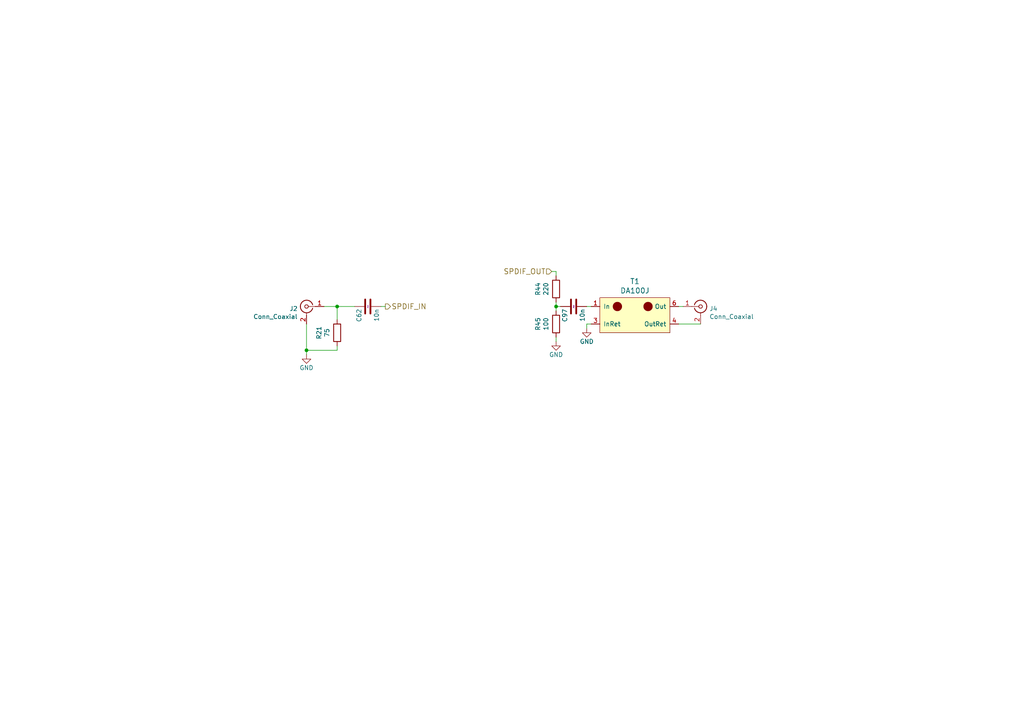
<source format=kicad_sch>
(kicad_sch (version 20211123) (generator eeschema)

  (uuid 22fd57c4-481e-4417-b920-694451210da2)

  (paper "A4")

  (title_block
    (title "SPDIF")
    (date "2021-03-30")
    (rev "V0.1")
  )

  (lib_symbols
    (symbol "Connector:Conn_Coaxial" (pin_names (offset 1.016) hide) (in_bom yes) (on_board yes)
      (property "Reference" "J" (id 0) (at 0.254 3.048 0)
        (effects (font (size 1.27 1.27)))
      )
      (property "Value" "Conn_Coaxial" (id 1) (at 2.921 0 90)
        (effects (font (size 1.27 1.27)))
      )
      (property "Footprint" "" (id 2) (at 0 0 0)
        (effects (font (size 1.27 1.27)) hide)
      )
      (property "Datasheet" " ~" (id 3) (at 0 0 0)
        (effects (font (size 1.27 1.27)) hide)
      )
      (property "ki_keywords" "BNC SMA SMB SMC LEMO coaxial connector CINCH RCA" (id 4) (at 0 0 0)
        (effects (font (size 1.27 1.27)) hide)
      )
      (property "ki_description" "coaxial connector (BNC, SMA, SMB, SMC, Cinch/RCA, LEMO, ...)" (id 5) (at 0 0 0)
        (effects (font (size 1.27 1.27)) hide)
      )
      (property "ki_fp_filters" "*BNC* *SMA* *SMB* *SMC* *Cinch* *LEMO*" (id 6) (at 0 0 0)
        (effects (font (size 1.27 1.27)) hide)
      )
      (symbol "Conn_Coaxial_0_1"
        (arc (start -1.778 -0.508) (mid 0.222 -1.808) (end 1.778 0)
          (stroke (width 0.254) (type default) (color 0 0 0 0))
          (fill (type none))
        )
        (polyline
          (pts
            (xy -2.54 0)
            (xy -0.508 0)
          )
          (stroke (width 0) (type default) (color 0 0 0 0))
          (fill (type none))
        )
        (polyline
          (pts
            (xy 0 -2.54)
            (xy 0 -1.778)
          )
          (stroke (width 0) (type default) (color 0 0 0 0))
          (fill (type none))
        )
        (circle (center 0 0) (radius 0.508)
          (stroke (width 0.2032) (type default) (color 0 0 0 0))
          (fill (type none))
        )
        (arc (start 1.778 0) (mid 0.222 1.8083) (end -1.778 0.508)
          (stroke (width 0.254) (type default) (color 0 0 0 0))
          (fill (type none))
        )
      )
      (symbol "Conn_Coaxial_1_1"
        (pin passive line (at -5.08 0 0) (length 2.54)
          (name "In" (effects (font (size 1.27 1.27))))
          (number "1" (effects (font (size 1.27 1.27))))
        )
        (pin passive line (at 0 -5.08 90) (length 2.54)
          (name "Ext" (effects (font (size 1.27 1.27))))
          (number "2" (effects (font (size 1.27 1.27))))
        )
      )
    )
    (symbol "Device:C" (pin_numbers hide) (pin_names (offset 0.254)) (in_bom yes) (on_board yes)
      (property "Reference" "C" (id 0) (at 0.635 2.54 0)
        (effects (font (size 1.27 1.27)) (justify left))
      )
      (property "Value" "C" (id 1) (at 0.635 -2.54 0)
        (effects (font (size 1.27 1.27)) (justify left))
      )
      (property "Footprint" "" (id 2) (at 0.9652 -3.81 0)
        (effects (font (size 1.27 1.27)) hide)
      )
      (property "Datasheet" "~" (id 3) (at 0 0 0)
        (effects (font (size 1.27 1.27)) hide)
      )
      (property "ki_keywords" "cap capacitor" (id 4) (at 0 0 0)
        (effects (font (size 1.27 1.27)) hide)
      )
      (property "ki_description" "Unpolarized capacitor" (id 5) (at 0 0 0)
        (effects (font (size 1.27 1.27)) hide)
      )
      (property "ki_fp_filters" "C_*" (id 6) (at 0 0 0)
        (effects (font (size 1.27 1.27)) hide)
      )
      (symbol "C_0_1"
        (polyline
          (pts
            (xy -2.032 -0.762)
            (xy 2.032 -0.762)
          )
          (stroke (width 0.508) (type default) (color 0 0 0 0))
          (fill (type none))
        )
        (polyline
          (pts
            (xy -2.032 0.762)
            (xy 2.032 0.762)
          )
          (stroke (width 0.508) (type default) (color 0 0 0 0))
          (fill (type none))
        )
      )
      (symbol "C_1_1"
        (pin passive line (at 0 3.81 270) (length 2.794)
          (name "~" (effects (font (size 1.27 1.27))))
          (number "1" (effects (font (size 1.27 1.27))))
        )
        (pin passive line (at 0 -3.81 90) (length 2.794)
          (name "~" (effects (font (size 1.27 1.27))))
          (number "2" (effects (font (size 1.27 1.27))))
        )
      )
    )
    (symbol "Device:R" (pin_numbers hide) (pin_names (offset 0)) (in_bom yes) (on_board yes)
      (property "Reference" "R" (id 0) (at 2.032 0 90)
        (effects (font (size 1.27 1.27)))
      )
      (property "Value" "R" (id 1) (at 0 0 90)
        (effects (font (size 1.27 1.27)))
      )
      (property "Footprint" "" (id 2) (at -1.778 0 90)
        (effects (font (size 1.27 1.27)) hide)
      )
      (property "Datasheet" "~" (id 3) (at 0 0 0)
        (effects (font (size 1.27 1.27)) hide)
      )
      (property "ki_keywords" "R res resistor" (id 4) (at 0 0 0)
        (effects (font (size 1.27 1.27)) hide)
      )
      (property "ki_description" "Resistor" (id 5) (at 0 0 0)
        (effects (font (size 1.27 1.27)) hide)
      )
      (property "ki_fp_filters" "R_*" (id 6) (at 0 0 0)
        (effects (font (size 1.27 1.27)) hide)
      )
      (symbol "R_0_1"
        (rectangle (start -1.016 -2.54) (end 1.016 2.54)
          (stroke (width 0.254) (type default) (color 0 0 0 0))
          (fill (type none))
        )
      )
      (symbol "R_1_1"
        (pin passive line (at 0 3.81 270) (length 1.27)
          (name "~" (effects (font (size 1.27 1.27))))
          (number "1" (effects (font (size 1.27 1.27))))
        )
        (pin passive line (at 0 -3.81 90) (length 1.27)
          (name "~" (effects (font (size 1.27 1.27))))
          (number "2" (effects (font (size 1.27 1.27))))
        )
      )
    )
    (symbol "Transformer_Audio:DA100J" (pin_names (offset 1.016)) (in_bom yes) (on_board yes)
      (property "Reference" "T" (id 0) (at 0 7.62 0)
        (effects (font (size 1.524 1.524)))
      )
      (property "Value" "DA100J" (id 1) (at 0 10.16 0)
        (effects (font (size 1.524 1.524)))
      )
      (property "Footprint" "" (id 2) (at 0 10.16 0)
        (effects (font (size 1.524 1.524)) hide)
      )
      (property "Datasheet" "" (id 3) (at 0 10.16 0)
        (effects (font (size 1.524 1.524)) hide)
      )
      (symbol "DA100J_0_1"
        (rectangle (start -10.16 5.08) (end 10.16 -5.08)
          (stroke (width 0) (type default) (color 0 0 0 0))
          (fill (type background))
        )
        (circle (center -5.08 2.54) (radius 1.27)
          (stroke (width 0) (type default) (color 0 0 0 0))
          (fill (type outline))
        )
        (circle (center 3.81 2.54) (radius 1.27)
          (stroke (width 0) (type default) (color 0 0 0 0))
          (fill (type outline))
        )
      )
      (symbol "DA100J_1_1"
        (pin input line (at -12.7 2.54 0) (length 2.54)
          (name "In" (effects (font (size 1.27 1.27))))
          (number "1" (effects (font (size 1.27 1.27))))
        )
        (pin input line (at -12.7 0 0) (length 2.54) hide
          (name "NC" (effects (font (size 1.27 1.27))))
          (number "2" (effects (font (size 1.27 1.27))))
        )
        (pin input line (at -12.7 -2.54 0) (length 2.54)
          (name "InRet" (effects (font (size 1.27 1.27))))
          (number "3" (effects (font (size 1.27 1.27))))
        )
        (pin output line (at 12.7 -2.54 180) (length 2.54)
          (name "OutRet" (effects (font (size 1.27 1.27))))
          (number "4" (effects (font (size 1.27 1.27))))
        )
        (pin output line (at 12.7 0 180) (length 2.54) hide
          (name "NC" (effects (font (size 1.27 1.27))))
          (number "5" (effects (font (size 1.27 1.27))))
        )
        (pin output line (at 12.7 2.54 180) (length 2.54)
          (name "Out" (effects (font (size 1.27 1.27))))
          (number "6" (effects (font (size 1.27 1.27))))
        )
      )
    )
    (symbol "power:GND" (power) (pin_names (offset 0)) (in_bom yes) (on_board yes)
      (property "Reference" "#PWR" (id 0) (at 0 -6.35 0)
        (effects (font (size 1.27 1.27)) hide)
      )
      (property "Value" "GND" (id 1) (at 0 -3.81 0)
        (effects (font (size 1.27 1.27)))
      )
      (property "Footprint" "" (id 2) (at 0 0 0)
        (effects (font (size 1.27 1.27)) hide)
      )
      (property "Datasheet" "" (id 3) (at 0 0 0)
        (effects (font (size 1.27 1.27)) hide)
      )
      (property "ki_keywords" "global power" (id 4) (at 0 0 0)
        (effects (font (size 1.27 1.27)) hide)
      )
      (property "ki_description" "Power symbol creates a global label with name \"GND\" , ground" (id 5) (at 0 0 0)
        (effects (font (size 1.27 1.27)) hide)
      )
      (symbol "GND_0_1"
        (polyline
          (pts
            (xy 0 0)
            (xy 0 -1.27)
            (xy 1.27 -1.27)
            (xy 0 -2.54)
            (xy -1.27 -1.27)
            (xy 0 -1.27)
          )
          (stroke (width 0) (type default) (color 0 0 0 0))
          (fill (type none))
        )
      )
      (symbol "GND_1_1"
        (pin power_in line (at 0 0 270) (length 0) hide
          (name "GND" (effects (font (size 1.27 1.27))))
          (number "1" (effects (font (size 1.27 1.27))))
        )
      )
    )
  )

  (junction (at 161.29 88.9) (diameter 0) (color 0 0 0 0)
    (uuid 42b7a68a-3837-4773-af68-a35059da48c3)
  )
  (junction (at 88.9 101.6) (diameter 0) (color 0 0 0 0)
    (uuid d7b67c11-d515-46cf-bcf0-0f0ef2d0158a)
  )
  (junction (at 97.79 88.9) (diameter 0) (color 0 0 0 0)
    (uuid de7d8275-fd45-47d5-ae9a-4b0c51b81f57)
  )

  (wire (pts (xy 161.29 97.79) (xy 161.29 99.06))
    (stroke (width 0) (type default) (color 0 0 0 0))
    (uuid 08d1dac8-0d6e-4029-9a06-c8863d7fbd51)
  )
  (wire (pts (xy 170.18 88.9) (xy 171.45 88.9))
    (stroke (width 0) (type default) (color 0 0 0 0))
    (uuid 18b6dcb6-5ab3-481b-b998-33e8cf6d281f)
  )
  (wire (pts (xy 88.9 93.98) (xy 88.9 101.6))
    (stroke (width 0) (type default) (color 0 0 0 0))
    (uuid 1ec648ca-df29-4910-86ed-6f48e345dbdb)
  )
  (wire (pts (xy 161.29 78.74) (xy 161.29 80.01))
    (stroke (width 0) (type default) (color 0 0 0 0))
    (uuid 25b39db8-8576-4473-b331-b912323e85f4)
  )
  (wire (pts (xy 97.79 101.6) (xy 97.79 100.33))
    (stroke (width 0) (type default) (color 0 0 0 0))
    (uuid 30cf5573-2ac5-4d4b-8678-7fcebe2bcd36)
  )
  (wire (pts (xy 160.02 78.74) (xy 161.29 78.74))
    (stroke (width 0) (type default) (color 0 0 0 0))
    (uuid 40962e92-90b6-487d-b0dc-0a6c42b5ebc2)
  )
  (wire (pts (xy 161.29 87.63) (xy 161.29 88.9))
    (stroke (width 0) (type default) (color 0 0 0 0))
    (uuid 41fc1c23-edd4-45a5-8036-7f62b013770f)
  )
  (wire (pts (xy 88.9 102.87) (xy 88.9 101.6))
    (stroke (width 0) (type default) (color 0 0 0 0))
    (uuid 6428332e-b689-4aa8-86bb-3bee31b6f177)
  )
  (wire (pts (xy 102.87 88.9) (xy 97.79 88.9))
    (stroke (width 0) (type default) (color 0 0 0 0))
    (uuid 6b013cb8-9e09-4a62-b02d-814d5cfa604e)
  )
  (wire (pts (xy 97.79 88.9) (xy 97.79 92.71))
    (stroke (width 0) (type default) (color 0 0 0 0))
    (uuid 782e74f8-8e76-4e6f-bfec-df9b9d96b19d)
  )
  (wire (pts (xy 198.12 88.9) (xy 196.85 88.9))
    (stroke (width 0) (type default) (color 0 0 0 0))
    (uuid 7cc510d9-2339-42a7-bb31-eff1142f0636)
  )
  (wire (pts (xy 111.76 88.9) (xy 110.49 88.9))
    (stroke (width 0) (type default) (color 0 0 0 0))
    (uuid 986fa662-6dc8-4009-9871-995c9cfdbebc)
  )
  (wire (pts (xy 196.85 93.98) (xy 203.2 93.98))
    (stroke (width 0) (type default) (color 0 0 0 0))
    (uuid a60f8360-f38f-439d-b446-391101ae4282)
  )
  (wire (pts (xy 93.98 88.9) (xy 97.79 88.9))
    (stroke (width 0) (type default) (color 0 0 0 0))
    (uuid a7035c1b-863b-4bbf-a32a-6ebba2814e2c)
  )
  (wire (pts (xy 170.18 95.25) (xy 170.18 93.98))
    (stroke (width 0) (type default) (color 0 0 0 0))
    (uuid c66790a8-2c84-47da-b059-a728d9f51463)
  )
  (wire (pts (xy 171.45 93.98) (xy 170.18 93.98))
    (stroke (width 0) (type default) (color 0 0 0 0))
    (uuid cb4b7bcd-f8cd-4398-9baf-986854c6b2ae)
  )
  (wire (pts (xy 88.9 101.6) (xy 97.79 101.6))
    (stroke (width 0) (type default) (color 0 0 0 0))
    (uuid cd1b9f49-f6c4-4c81-a715-14d19fd506d7)
  )
  (wire (pts (xy 161.29 88.9) (xy 161.29 90.17))
    (stroke (width 0) (type default) (color 0 0 0 0))
    (uuid dfa2c928-7d9a-4cd3-90db-112716296421)
  )
  (wire (pts (xy 161.29 88.9) (xy 162.56 88.9))
    (stroke (width 0) (type default) (color 0 0 0 0))
    (uuid f9e60890-c09c-4221-9409-43a2ec4885e8)
  )

  (hierarchical_label "SPDIF_IN" (shape output) (at 111.76 88.9 0)
    (effects (font (size 1.524 1.524)) (justify left))
    (uuid 217a6ab0-8c75-4e09-8113-c7b7b906da43)
  )
  (hierarchical_label "SPDIF_OUT" (shape input) (at 160.02 78.74 180)
    (effects (font (size 1.524 1.524)) (justify right))
    (uuid 41ef6d8e-078c-46e5-a743-15f86f94b1c5)
  )

  (symbol (lib_id "Device:C") (at 106.68 88.9 90) (mirror x) (unit 1)
    (in_bom yes) (on_board yes)
    (uuid 00000000-0000-0000-0000-00005b17a13d)
    (property "Reference" "C62" (id 0) (at 104.14 89.535 0)
      (effects (font (size 1.27 1.27)) (justify left))
    )
    (property "Value" "10n" (id 1) (at 109.22 89.535 0)
      (effects (font (size 1.27 1.27)) (justify left))
    )
    (property "Footprint" "Capacitor_SMD:C_0402_1005Metric" (id 2) (at 110.49 89.8652 0)
      (effects (font (size 0.762 0.762)) hide)
    )
    (property "Datasheet" "~" (id 3) (at 106.68 88.9 0)
      (effects (font (size 1.524 1.524)))
    )
    (property "Mfr.Nr." "" (id 4) (at 106.68 88.9 0)
      (effects (font (size 1.27 1.27)) hide)
    )
    (property "MPN" "C15195" (id 5) (at 106.68 88.9 0)
      (effects (font (size 1.27 1.27)) hide)
    )
    (pin "1" (uuid cd0bd3d6-388c-4bd3-a1bb-9766fed659c2))
    (pin "2" (uuid 834201f4-8d45-4200-bfe8-92ad98d89eb3))
  )

  (symbol (lib_id "Device:R") (at 97.79 96.52 0) (unit 1)
    (in_bom yes) (on_board yes)
    (uuid 00000000-0000-0000-0000-0000606a5c2e)
    (property "Reference" "R21" (id 0) (at 92.5322 96.52 90))
    (property "Value" "75" (id 1) (at 94.8436 96.52 90))
    (property "Footprint" "Resistor_SMD:R_0402_1005Metric" (id 2) (at 96.012 96.52 90)
      (effects (font (size 1.27 1.27)) hide)
    )
    (property "Datasheet" "~" (id 3) (at 97.79 96.52 0)
      (effects (font (size 1.27 1.27)) hide)
    )
    (property "Mfr.Nr." "" (id 4) (at 97.79 96.52 0)
      (effects (font (size 1.27 1.27)) hide)
    )
    (property "MPN" "C25133" (id 5) (at 97.79 96.52 0)
      (effects (font (size 1.27 1.27)) hide)
    )
    (pin "1" (uuid 7720021d-9a25-4287-b788-ca5732c07157))
    (pin "2" (uuid 4c37b896-33bd-4871-8fb1-55f67478f1bc))
  )

  (symbol (lib_id "Transformer_Audio:DA100J") (at 184.15 91.44 0) (unit 1)
    (in_bom yes) (on_board yes)
    (uuid 00000000-0000-0000-0000-0000606b12b5)
    (property "Reference" "T1" (id 0) (at 184.15 81.6102 0)
      (effects (font (size 1.524 1.524)))
    )
    (property "Value" "DA100J" (id 1) (at 184.15 84.3026 0)
      (effects (font (size 1.524 1.524)))
    )
    (property "Footprint" "Transformer_Audio:SOIC-6" (id 2) (at 184.15 81.28 0)
      (effects (font (size 1.524 1.524)) hide)
    )
    (property "Datasheet" "" (id 3) (at 184.15 81.28 0)
      (effects (font (size 1.524 1.524)) hide)
    )
    (property "Mfr.Nr." "M" (id 4) (at 184.15 91.44 0)
      (effects (font (size 1.27 1.27)) hide)
    )
    (pin "1" (uuid 25615fec-6439-4429-99d8-8ae35ffc0dca))
    (pin "2" (uuid 40007234-e1ec-43d5-a4e0-07dc8211188c))
    (pin "3" (uuid 994df06d-38b8-49e4-b60e-351a16723a80))
    (pin "4" (uuid e4a972ab-cc61-48e4-8137-98d98e7b5132))
    (pin "5" (uuid 078b3a61-65cd-4002-9839-1acbf20f199a))
    (pin "6" (uuid ecb279f9-e185-49a4-bf64-6732547e0076))
  )

  (symbol (lib_id "power:GND") (at 170.18 95.25 0) (unit 1)
    (in_bom yes) (on_board yes)
    (uuid 00000000-0000-0000-0000-0000606b3c38)
    (property "Reference" "#PWR093" (id 0) (at 170.18 101.6 0)
      (effects (font (size 1.27 1.27)) hide)
    )
    (property "Value" "GND" (id 1) (at 170.18 99.06 0))
    (property "Footprint" "" (id 2) (at 170.18 95.25 0)
      (effects (font (size 1.27 1.27)) hide)
    )
    (property "Datasheet" "" (id 3) (at 170.18 95.25 0)
      (effects (font (size 1.27 1.27)) hide)
    )
    (pin "1" (uuid 5e0f5619-aaa8-4d6a-a5b1-663f0da17d89))
  )

  (symbol (lib_id "Device:C") (at 166.37 88.9 90) (mirror x) (unit 1)
    (in_bom yes) (on_board yes)
    (uuid 00000000-0000-0000-0000-0000606b665c)
    (property "Reference" "C97" (id 0) (at 163.83 89.535 0)
      (effects (font (size 1.27 1.27)) (justify left))
    )
    (property "Value" "10n" (id 1) (at 168.91 89.535 0)
      (effects (font (size 1.27 1.27)) (justify left))
    )
    (property "Footprint" "Capacitor_SMD:C_0402_1005Metric" (id 2) (at 170.18 89.8652 0)
      (effects (font (size 0.762 0.762)) hide)
    )
    (property "Datasheet" "~" (id 3) (at 166.37 88.9 0)
      (effects (font (size 1.524 1.524)))
    )
    (property "Mfr.Nr." "" (id 4) (at 166.37 88.9 0)
      (effects (font (size 1.27 1.27)) hide)
    )
    (property "MPN" "C15195" (id 5) (at 166.37 88.9 0)
      (effects (font (size 1.27 1.27)) hide)
    )
    (pin "1" (uuid 5ea9cd63-63a1-4ae9-9645-2fc4f8ec3a3c))
    (pin "2" (uuid 2b853e73-dfe6-4a96-bfa7-26c7b992eaa1))
  )

  (symbol (lib_id "Device:R") (at 161.29 93.98 0) (unit 1)
    (in_bom yes) (on_board yes)
    (uuid 00000000-0000-0000-0000-0000606b7b41)
    (property "Reference" "R45" (id 0) (at 156.0322 93.98 90))
    (property "Value" "100" (id 1) (at 158.3436 93.98 90))
    (property "Footprint" "Resistor_SMD:R_0402_1005Metric" (id 2) (at 159.512 93.98 90)
      (effects (font (size 1.27 1.27)) hide)
    )
    (property "Datasheet" "~" (id 3) (at 161.29 93.98 0)
      (effects (font (size 1.27 1.27)) hide)
    )
    (property "Mfr.Nr." "" (id 4) (at 161.29 93.98 0)
      (effects (font (size 1.27 1.27)) hide)
    )
    (property "MPN" "C25076" (id 5) (at 161.29 93.98 0)
      (effects (font (size 1.27 1.27)) hide)
    )
    (pin "1" (uuid 9e7145b8-abe1-4d73-b5a1-ca1028035b62))
    (pin "2" (uuid 78a7a05e-dc9c-465f-9cb0-9a5ba78cf4a2))
  )

  (symbol (lib_id "Device:R") (at 161.29 83.82 0) (unit 1)
    (in_bom yes) (on_board yes)
    (uuid 00000000-0000-0000-0000-0000606b8671)
    (property "Reference" "R44" (id 0) (at 156.0322 83.82 90))
    (property "Value" "220" (id 1) (at 158.3436 83.82 90))
    (property "Footprint" "Resistor_SMD:R_0402_1005Metric" (id 2) (at 159.512 83.82 90)
      (effects (font (size 1.27 1.27)) hide)
    )
    (property "Datasheet" "~" (id 3) (at 161.29 83.82 0)
      (effects (font (size 1.27 1.27)) hide)
    )
    (property "Mfr.Nr." "" (id 4) (at 161.29 83.82 0)
      (effects (font (size 1.27 1.27)) hide)
    )
    (property "MPN" "C25091" (id 5) (at 161.29 83.82 0)
      (effects (font (size 1.27 1.27)) hide)
    )
    (pin "1" (uuid e687a96d-656d-4eed-a641-a969284f51bc))
    (pin "2" (uuid 8b0605c7-547e-4ac4-93ca-9aee84f60c4a))
  )

  (symbol (lib_id "power:GND") (at 161.29 99.06 0) (unit 1)
    (in_bom yes) (on_board yes)
    (uuid 00000000-0000-0000-0000-0000606b988d)
    (property "Reference" "#PWR092" (id 0) (at 161.29 105.41 0)
      (effects (font (size 1.27 1.27)) hide)
    )
    (property "Value" "GND" (id 1) (at 161.29 102.87 0))
    (property "Footprint" "" (id 2) (at 161.29 99.06 0)
      (effects (font (size 1.27 1.27)) hide)
    )
    (property "Datasheet" "" (id 3) (at 161.29 99.06 0)
      (effects (font (size 1.27 1.27)) hide)
    )
    (pin "1" (uuid 34b1eaa7-407c-426f-9832-69cd30a56490))
  )

  (symbol (lib_id "Connector:Conn_Coaxial") (at 88.9 88.9 0) (mirror y) (unit 1)
    (in_bom yes) (on_board yes)
    (uuid 00000000-0000-0000-0000-000060de5514)
    (property "Reference" "J2" (id 0) (at 86.36 89.535 0)
      (effects (font (size 1.27 1.27)) (justify left))
    )
    (property "Value" "Conn_Coaxial" (id 1) (at 86.36 91.8464 0)
      (effects (font (size 1.27 1.27)) (justify left))
    )
    (property "Footprint" "Connector_Audio_Custom:cui_rcj_02x" (id 2) (at 88.9 88.9 0)
      (effects (font (size 1.27 1.27)) hide)
    )
    (property "Datasheet" " ~" (id 3) (at 88.9 88.9 0)
      (effects (font (size 1.27 1.27)) hide)
    )
    (property "Mfr.Nr." "DK" (id 4) (at 88.9 88.9 0)
      (effects (font (size 1.27 1.27)) hide)
    )
    (pin "1" (uuid 7ba27b0c-336f-4704-9838-6aab68ab47af))
    (pin "2" (uuid 55516702-b00e-4d30-b585-7a6abe5e6bf0))
  )

  (symbol (lib_id "Connector:Conn_Coaxial") (at 203.2 88.9 0) (unit 1)
    (in_bom yes) (on_board yes)
    (uuid 00000000-0000-0000-0000-000060de8f42)
    (property "Reference" "J4" (id 0) (at 205.74 89.535 0)
      (effects (font (size 1.27 1.27)) (justify left))
    )
    (property "Value" "Conn_Coaxial" (id 1) (at 205.74 91.8464 0)
      (effects (font (size 1.27 1.27)) (justify left))
    )
    (property "Footprint" "Connector_Audio_Custom:cui_rcj_02x" (id 2) (at 203.2 88.9 0)
      (effects (font (size 1.27 1.27)) hide)
    )
    (property "Datasheet" " ~" (id 3) (at 203.2 88.9 0)
      (effects (font (size 1.27 1.27)) hide)
    )
    (property "Mfr.Nr." "DK" (id 4) (at 203.2 88.9 0)
      (effects (font (size 1.27 1.27)) hide)
    )
    (pin "1" (uuid 3d32b8e0-b4e5-43d7-a8d3-9afeb4421221))
    (pin "2" (uuid 2b005422-dce3-40a5-9dbb-ae4c3ee050e8))
  )

  (symbol (lib_id "power:GND") (at 88.9 102.87 0) (unit 1)
    (in_bom yes) (on_board yes)
    (uuid 00000000-0000-0000-0000-000060deb8da)
    (property "Reference" "#PWR091" (id 0) (at 88.9 109.22 0)
      (effects (font (size 1.27 1.27)) hide)
    )
    (property "Value" "GND" (id 1) (at 88.9 106.68 0))
    (property "Footprint" "" (id 2) (at 88.9 102.87 0)
      (effects (font (size 1.27 1.27)) hide)
    )
    (property "Datasheet" "" (id 3) (at 88.9 102.87 0)
      (effects (font (size 1.27 1.27)) hide)
    )
    (pin "1" (uuid 419916f5-b5fe-41d8-af1c-c9a86858eaad))
  )
)

</source>
